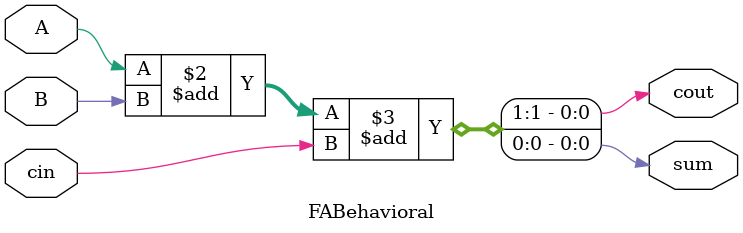
<source format=v>
module FABehavioral(A,B,cin,sum,cout);

	input A,B,cin;
	output reg sum,cout;

	always @(*) begin
		{cout,sum}=A+B+cin;
	
	end

endmodule
</source>
